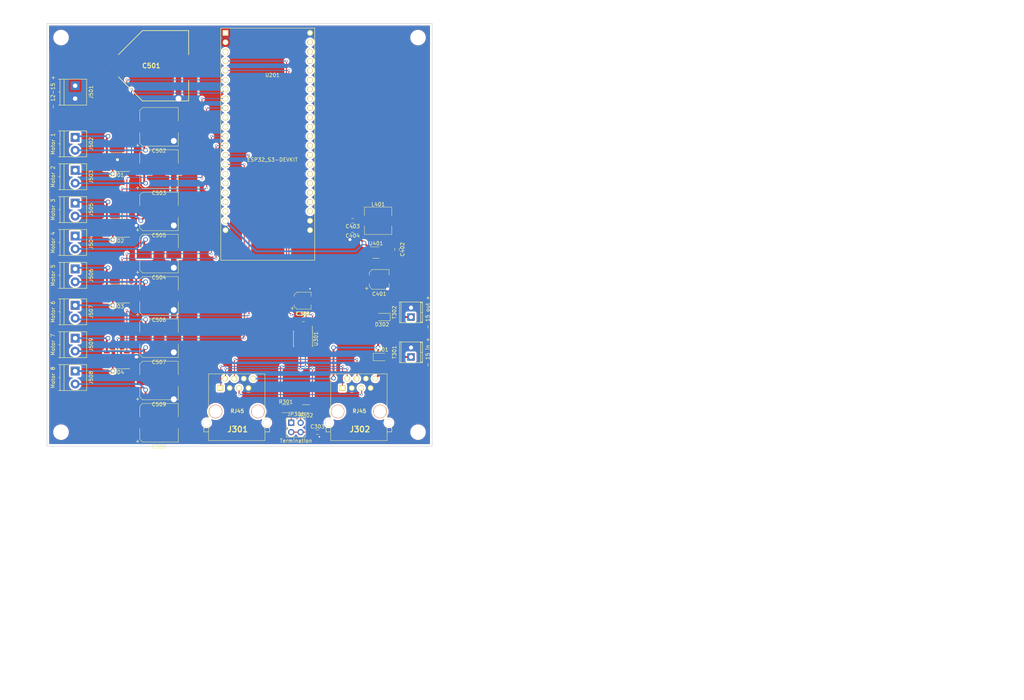
<source format=kicad_pcb>
(kicad_pcb (version 4) (host pcbnew 4.0.7+dfsg1-1ubuntu2)
  (layers (0 F.Cu signal) (31 B.Cu signal) (34 B.Paste user) (35 F.Paste user) (36 B.SilkS user) (37 F.SilkS user) (38 B.Mask user) (39 F.Mask user) (44 Edge.Cuts user))
  (net 0 "")
  (net 1 GND)
  (net 2 +3V3)
  (net 3 "Net-(C303-Pad1)")
  (net 4 "CAN +12V")
  (net 5 "Net-(C402-Pad2)")
  (net 6 "Net-(C402-Pad1)")
  (net 7 +5V)
  (net 8 "Net-(C502-Pad1)")
  (net 9 "Net-(C503-Pad1)")
  (net 10 "Net-(C504-Pad1)")
  (net 11 "Net-(C505-Pad1)")
  (net 12 "Net-(C506-Pad1)")
  (net 13 "Net-(C507-Pad1)")
  (net 14 "Net-(C508-Pad1)")
  (net 15 "Net-(C509-Pad1)")
  (net 16 "Net-(D301-Pad2)")
  (net 17 "Net-(D302-Pad1)")
  (net 18 "/CAN Transciver/CANH")
  (net 19 "/CAN Transciver/CANL")
  (net 20 "Net-(J301-Pad4)")
  (net 21 "Net-(J301-Pad5)")
  (net 22 "Net-(J502-Pad1)")
  (net 23 "Net-(J503-Pad1)")
  (net 24 "Net-(J504-Pad1)")
  (net 25 "Net-(J505-Pad1)")
  (net 26 "Net-(J506-Pad1)")
  (net 27 "Net-(J507-Pad1)")
  (net 28 "Net-(J508-Pad1)")
  (net 29 "Net-(J509-Pad1)")
  (net 30 "Net-(JP301-Pad1)")
  (net 31 "Net-(JP301-Pad2)")
  (net 32 "/CAN Transciver/CAN_TX")
  (net 33 "/CAN Transciver/CAN_RX")
  (net 34 "Net-(U301-Pad5)")
  (net 35 "Net-(U301-Pad8)")
  (net 36 MotorPower)
  (net 37 "Net-(U201-Pad3)")
  (net 38 /MCU/GPIO6/Motor1)
  (net 39 /MCU/GPIO7/Motor2)
  (net 40 /MCU/GPIO15/Motor3)
  (net 41 /MCU/GPIO16/Motor4)
  (net 42 "Net-(U201-Pad10)")
  (net 43 "Net-(U201-Pad11)")
  (net 44 /MCU/GPIO8/Motor5)
  (net 45 /MCU/GPIO3/Motor6)
  (net 46 /MCU/GPIO46/Motor7)
  (net 47 /MCU/GPIO9/Motor8)
  (net 48 "Net-(U201-Pad16)")
  (net 49 "Net-(U201-Pad17)")
  (net 50 "Net-(U201-Pad18)")
  (net 51 "Net-(U201-Pad19)")
  (net 52 "Net-(U201-Pad20)")
  (net 53 "Net-(U201-Pad25)")
  (net 54 "Net-(U201-Pad26)")
  (net 55 "Net-(U201-Pad27)")
  (net 56 "Net-(U201-Pad28)")
  (net 57 "Net-(U201-Pad29)")
  (net 58 "Net-(U201-Pad30)")
  (net 59 "Net-(U201-Pad31)")
  (net 60 "Net-(U201-Pad32)")
  (net 61 "Net-(U201-Pad33)")
  (net 62 "Net-(U201-Pad34)")
  (net 63 "Net-(U201-Pad35)")
  (net 64 "Net-(U201-Pad36)")
  (net 65 "Net-(U201-Pad37)")
  (net 66 "Net-(U201-Pad38)")
  (net 67 "Net-(U201-Pad39)")
  (net 68 "Net-(U201-Pad40)")
  (net 69 "Net-(U201-Pad41)")
  (net 70 "Net-(U201-Pad42)")
  (net 71 "Net-(U201-Pad43)")
  (module Capacitors_SMD:CP_Elec_10x10.5 (layer F.Cu) (at 53.15 67.31)
    (fp_text reference C505 (at 0 6.46) (layer F.SilkS))
    (fp_text value "1000uF 25V")
    (fp_text user + (at -5.78 4.97) (layer F.SilkS))
    (pad 1 smd rect (at -4 0 180) (size 4 2.5) (layers F.Cu F.Paste F.Mask) (net 11 "Net-(C505-Pad1)"))
    (pad 2 smd rect (at 4 0 180) (size 4 2.5) (layers F.Cu F.Paste F.Mask) (net 1 GND))
  )
  (module Mounting_Holes:MountingHole_3.2mm_M3 (layer F.Cu) (at 26.67 20.32)
    (fp_text reference REF** hide)
    (fp_text value MountingHole_3.2mm_M3 hide)
    (pad 1 np_thru_hole circle (at 0 0) (size 3.2 3.2) (drill 3.2) (layers *.Cu *.Mask))
  )
  (module Mounting_Holes:MountingHole_3.2mm_M3 (layer F.Cu) (at 123.19 20.32)
    (fp_text reference REF** hide)
    (fp_text value MountingHole_3.2mm_M3 hide)
    (pad 1 np_thru_hole circle (at 0 0) (size 3.2 3.2) (drill 3.2) (layers *.Cu *.Mask))
  )
  (module Mounting_Holes:MountingHole_3.2mm_M3 (layer F.Cu) (at 26.67 127)
    (fp_text reference REF** hide)
    (fp_text value MountingHole_3.2mm_M3 hide)
    (pad 1 np_thru_hole circle (at 0 0) (size 3.2 3.2) (drill 3.2) (layers *.Cu *.Mask))
  )
  (module ESP32-S3-Devkit-C (layer F.Cu) (at 83.82 41.91)
    (fp_text reference U201 (at 0 -11.43) (layer F.SilkS))
    (fp_text value ESP32_S3-DEVKIT (at 0 11.43) (layer F.SilkS))
    (pad 1 thru_hole rect (at -12.7 -22.86) (size 1.524 1.524) (drill 1.016) (layers *.Cu *.Mask F.SilkS) (net 2 +3V3))
    (pad 2 thru_hole circle (at -12.7 -20.32) (size 1.524 1.524) (drill 1.016) (layers *.Cu *.Mask F.SilkS) (net 2 +3V3))
    (pad 3 thru_hole circle (at -12.7 -17.78) (size 1.524 1.524) (drill 1.016) (layers *.Cu *.Mask F.SilkS) (net 37 "Net-(U201-Pad3)"))
    (pad 4 thru_hole circle (at -12.7 -15.24) (size 1.524 1.524) (drill 1.016) (layers *.Cu *.Mask F.SilkS) (net 33 "/CAN Transciver/CAN_RX"))
    (pad 5 thru_hole circle (at -12.7 -12.7) (size 1.524 1.524) (drill 1.016) (layers *.Cu *.Mask F.SilkS) (net 32 "/CAN Transciver/CAN_TX"))
    (pad 6 thru_hole circle (at -12.7 -10.16) (size 1.524 1.524) (drill 1.016) (layers *.Cu *.Mask F.SilkS) (net 38 /MCU/GPIO6/Motor1))
    (pad 7 thru_hole circle (at -12.7 -7.62) (size 1.524 1.524) (drill 1.016) (layers *.Cu *.Mask F.SilkS) (net 39 /MCU/GPIO7/Motor2))
    (pad 8 thru_hole circle (at -12.7 -5.08) (size 1.524 1.524) (drill 1.016) (layers *.Cu *.Mask F.SilkS) (net 40 /MCU/GPIO15/Motor3))
    (pad 9 thru_hole circle (at -12.7 -2.54) (size 1.524 1.524) (drill 1.016) (layers *.Cu *.Mask F.SilkS) (net 41 /MCU/GPIO16/Motor4))
    (pad 10 thru_hole circle (at -12.7 0) (size 1.524 1.524) (drill 1.016) (layers *.Cu *.Mask F.SilkS) (net 42 "Net-(U201-Pad10)"))
    (pad 11 thru_hole circle (at -12.7 2.54) (size 1.524 1.524) (drill 1.016) (layers *.Cu *.Mask F.SilkS) (net 43 "Net-(U201-Pad11)"))
    (pad 12 thru_hole circle (at -12.7 5.08) (size 1.524 1.524) (drill 1.016) (layers *.Cu *.Mask F.SilkS) (net 44 /MCU/GPIO8/Motor5))
    (pad 13 thru_hole circle (at -12.7 7.62) (size 1.524 1.524) (drill 1.016) (layers *.Cu *.Mask F.SilkS) (net 45 /MCU/GPIO3/Motor6))
    (pad 14 thru_hole circle (at -12.7 10.16) (size 1.524 1.524) (drill 1.016) (layers *.Cu *.Mask F.SilkS) (net 46 /MCU/GPIO46/Motor7))
    (pad 15 thru_hole circle (at -12.7 12.7) (size 1.524 1.524) (drill 1.016) (layers *.Cu *.Mask F.SilkS) (net 47 /MCU/GPIO9/Motor8))
    (pad 16 thru_hole circle (at -12.7 15.24) (size 1.524 1.524) (drill 1.016) (layers *.Cu *.Mask F.SilkS) (net 48 "Net-(U201-Pad16)"))
    (pad 17 thru_hole circle (at -12.7 17.78) (size 1.524 1.524) (drill 1.016) (layers *.Cu *.Mask F.SilkS) (net 49 "Net-(U201-Pad17)"))
    (pad 18 thru_hole circle (at -12.7 20.32) (size 1.524 1.524) (drill 1.016) (layers *.Cu *.Mask F.SilkS) (net 50 "Net-(U201-Pad18)"))
    (pad 19 thru_hole circle (at -12.7 22.86) (size 1.524 1.524) (drill 1.016) (layers *.Cu *.Mask F.SilkS) (net 51 "Net-(U201-Pad19)"))
    (pad 20 thru_hole circle (at -12.7 25.4) (size 1.524 1.524) (drill 1.016) (layers *.Cu *.Mask F.SilkS) (net 52 "Net-(U201-Pad20)"))
    (pad 21 thru_hole circle (at -12.7 27.94) (size 1.524 1.524) (drill 1.016) (layers *.Cu *.Mask F.SilkS) (net 7 +5V))
    (pad 22 thru_hole circle (at -12.7 30.48) (size 1.524 1.524) (drill 1.016) (layers *.Cu *.Mask F.SilkS) (net 1 GND))
    (pad 23 thru_hole circle (at 10.16 30.48) (size 1.524 1.524) (drill 1.016) (layers *.Cu *.Mask F.SilkS) (net 1 GND))
    (pad 24 thru_hole circle (at 10.16 27.94) (size 1.524 1.524) (drill 1.016) (layers *.Cu *.Mask F.SilkS) (net 1 GND))
    (pad 25 thru_hole circle (at 10.16 25.4) (size 1.524 1.524) (drill 1.016) (layers *.Cu *.Mask F.SilkS) (net 53 "Net-(U201-Pad25)"))
    (pad 26 thru_hole circle (at 10.16 22.86) (size 1.524 1.524) (drill 1.016) (layers *.Cu *.Mask F.SilkS) (net 54 "Net-(U201-Pad26)"))
    (pad 27 thru_hole circle (at 10.16 20.32) (size 1.524 1.524) (drill 1.016) (layers *.Cu *.Mask F.SilkS) (net 55 "Net-(U201-Pad27)"))
    (pad 28 thru_hole circle (at 10.16 17.78) (size 1.524 1.524) (drill 1.016) (layers *.Cu *.Mask F.SilkS) (net 56 "Net-(U201-Pad28)"))
    (pad 29 thru_hole circle (at 10.16 15.24) (size 1.524 1.524) (drill 1.016) (layers *.Cu *.Mask F.SilkS) (net 57 "Net-(U201-Pad29)"))
    (pad 30 thru_hole circle (at 10.16 12.7) (size 1.524 1.524) (drill 1.016) (layers *.Cu *.Mask F.SilkS) (net 58 "Net-(U201-Pad30)"))
    (pad 31 thru_hole circle (at 10.16 10.16) (size 1.524 1.524) (drill 1.016) (layers *.Cu *.Mask F.SilkS) (net 59 "Net-(U201-Pad31)"))
    (pad 32 thru_hole circle (at 10.16 7.62) (size 1.524 1.524) (drill 1.016) (layers *.Cu *.Mask F.SilkS) (net 60 "Net-(U201-Pad32)"))
    (pad 33 thru_hole circle (at 10.16 5.08) (size 1.524 1.524) (drill 1.016) (layers *.Cu *.Mask F.SilkS) (net 61 "Net-(U201-Pad33)"))
    (pad 34 thru_hole circle (at 10.16 2.54) (size 1.524 1.524) (drill 1.016) (layers *.Cu *.Mask F.SilkS) (net 62 "Net-(U201-Pad34)"))
    (pad 35 thru_hole circle (at 10.16 0) (size 1.524 1.524) (drill 1.016) (layers *.Cu *.Mask F.SilkS) (net 63 "Net-(U201-Pad35)"))
    (pad 36 thru_hole circle (at 10.16 -2.54) (size 1.524 1.524) (drill 1.016) (layers *.Cu *.Mask F.SilkS) (net 64 "Net-(U201-Pad36)"))
    (pad 37 thru_hole circle (at 10.16 -5.08) (size 1.524 1.524) (drill 1.016) (layers *.Cu *.Mask F.SilkS) (net 65 "Net-(U201-Pad37)"))
    (pad 38 thru_hole circle (at 10.16 -7.62) (size 1.524 1.524) (drill 1.016) (layers *.Cu *.Mask F.SilkS) (net 66 "Net-(U201-Pad38)"))
    (pad 39 thru_hole circle (at 10.16 -10.16) (size 1.524 1.524) (drill 1.016) (layers *.Cu *.Mask F.SilkS) (net 67 "Net-(U201-Pad39)"))
    (pad 40 thru_hole circle (at 10.16 -12.7) (size 1.524 1.524) (drill 1.016) (layers *.Cu *.Mask F.SilkS) (net 68 "Net-(U201-Pad40)"))
    (pad 41 thru_hole circle (at 10.16 -15.24) (size 1.524 1.524) (drill 1.016) (layers *.Cu *.Mask F.SilkS) (net 69 "Net-(U201-Pad41)"))
    (pad 42 thru_hole circle (at 10.16 -17.78) (size 1.524 1.524) (drill 1.016) (layers *.Cu *.Mask F.SilkS) (net 70 "Net-(U201-Pad42)"))
    (pad 43 thru_hole circle (at 10.16 -20.32) (size 1.524 1.524) (drill 1.016) (layers *.Cu *.Mask F.SilkS) (net 71 "Net-(U201-Pad43)"))
    (pad 44 thru_hole circle (at 10.16 -22.86) (size 1.524 1.524) (drill 1.016) (layers *.Cu *.Mask F.SilkS) (net 1 GND))
  )
  (module Capacitors_SMD:C_0603 (layer F.Cu) (at 92.19 96.52)
    (fp_text reference C301 (at 0 -1.5) (layer F.SilkS))
    (fp_text value ".1 uf")
    (pad 2 smd rect (at 0.75 0) (size 0.8 0.75) (layers F.Cu F.Paste F.Mask) (net 1 GND))
    (pad 1 smd rect (at -0.75 0) (size 0.8 0.75) (layers F.Cu F.Paste F.Mask) (net 2 +3V3))
  )
  (module Capacitors_SMD:CP_Elec_4x5.7 (layer F.Cu) (at 91.97 91.44)
    (fp_text reference C302 (at 0 3.54) (layer F.SilkS))
    (fp_text value "15 uf 15V")
    (fp_text user + (at -2.77 2.01) (layer F.SilkS))
    (pad 1 smd rect (at -1.8 0 180) (size 2.6 1.6) (layers F.Cu F.Paste F.Mask) (net 2 +3V3))
    (pad 2 smd rect (at 1.8 0 180) (size 2.6 1.6) (layers F.Cu F.Paste F.Mask) (net 1 GND))
  )
  (module Capacitors_SMD:C_0603 (layer F.Cu) (at 96 127)
    (fp_text reference C303 (at 0 -1.5) (layer F.SilkS))
    (fp_text value "47 nf")
    (pad 2 smd rect (at 0.75 0) (size 0.8 0.75) (layers F.Cu F.Paste F.Mask) (net 1 GND))
    (pad 1 smd rect (at -0.75 0) (size 0.8 0.75) (layers F.Cu F.Paste F.Mask) (net 3 "Net-(C303-Pad1)"))
  )
  (module Capacitors_SMD:CP_Elec_5x5.3 (layer F.Cu) (at 112.69 85.725)
    (fp_text reference C401 (at 0 3.92) (layer F.SilkS))
    (fp_text value 10uf)
    (fp_text user + (at -3.38 2.34) (layer F.SilkS))
    (pad 1 smd rect (at -2.2 0 180) (size 3 1.6) (layers F.Cu F.Paste F.Mask) (net 4 "CAN +12V"))
    (pad 2 smd rect (at 2.2 0 180) (size 3 1.6) (layers F.Cu F.Paste F.Mask) (net 1 GND))
  )
  (module Capacitors_SMD:C_0603 (layer F.Cu) (at 117.475 77.585 270)
    (fp_text reference C402 (at 0 -1.5 270) (layer F.SilkS))
    (fp_text value 100nf)
    (pad 2 smd rect (at 0.75 0 270) (size 0.8 0.75) (layers F.Cu F.Paste F.Mask) (net 5 "Net-(C402-Pad2)"))
    (pad 1 smd rect (at -0.75 0 270) (size 0.8 0.75) (layers F.Cu F.Paste F.Mask) (net 6 "Net-(C402-Pad1)"))
  )
  (module Capacitors_SMD:C_0603 (layer F.Cu) (at 105.525 69.85 180)
    (fp_text reference C403 (at 0 -1.5 180) (layer F.SilkS))
    (fp_text value 22uf)
    (pad 2 smd rect (at 0.75 0 180) (size 0.8 0.75) (layers F.Cu F.Paste F.Mask) (net 1 GND))
    (pad 1 smd rect (at -0.75 0 180) (size 0.8 0.75) (layers F.Cu F.Paste F.Mask) (net 7 +5V))
  )
  (module Capacitors_SMD:C_0603 (layer F.Cu) (at 105.525 72.39 180)
    (fp_text reference C404 (at 0 -1.5 180) (layer F.SilkS))
    (fp_text value 22uf)
    (pad 2 smd rect (at 0.75 0 180) (size 0.8 0.75) (layers F.Cu F.Paste F.Mask) (net 1 GND))
    (pad 1 smd rect (at -0.75 0 180) (size 0.8 0.75) (layers F.Cu F.Paste F.Mask) (net 7 +5V))
  )
  (module BigSMDCaps:EEEFK0J133SM (layer F.Cu) (at 51.67 27.94)
    (fp_text reference C501 (at -0.6 0) (layer F.SilkS) (effects (font (size 1.27 1.27) (thickness 0.254))))
    (fp_text value "4700uf 25V" hide)
    (pad 1 smd rect (at -6.75 0 90) (size 2.5 7.5) (layers F.Cu F.Paste F.Mask) (net 36 MotorPower))
    (pad 2 smd rect (at 6.75 0 90) (size 2.5 7.5) (layers F.Cu F.Paste F.Mask) (net 1 GND))
  )
  (module Capacitors_SMD:CP_Elec_10x10.5 (layer F.Cu) (at 53.15 44.45)
    (fp_text reference C502 (at 0 6.46) (layer F.SilkS))
    (fp_text value "1000uF 25V")
    (fp_text user + (at -5.78 4.97) (layer F.SilkS))
    (pad 1 smd rect (at -4 0 180) (size 4 2.5) (layers F.Cu F.Paste F.Mask) (net 8 "Net-(C502-Pad1)"))
    (pad 2 smd rect (at 4 0 180) (size 4 2.5) (layers F.Cu F.Paste F.Mask) (net 1 GND))
  )
  (module Capacitors_SMD:CP_Elec_10x10.5 (layer F.Cu) (at 53.15 55.88)
    (fp_text reference C503 (at 0 6.46) (layer F.SilkS))
    (fp_text value "1000uF 25V")
    (fp_text user + (at -5.78 4.97) (layer F.SilkS))
    (pad 1 smd rect (at -4 0 180) (size 4 2.5) (layers F.Cu F.Paste F.Mask) (net 9 "Net-(C503-Pad1)"))
    (pad 2 smd rect (at 4 0 180) (size 4 2.5) (layers F.Cu F.Paste F.Mask) (net 1 GND))
  )
  (module Capacitors_SMD:CP_Elec_10x10.5 (layer F.Cu) (at 53.15 78.74)
    (fp_text reference C504 (at 0 6.46) (layer F.SilkS))
    (fp_text value "1000uF 25V")
    (fp_text user + (at -5.78 4.97) (layer F.SilkS))
    (pad 1 smd rect (at -4 0 180) (size 4 2.5) (layers F.Cu F.Paste F.Mask) (net 10 "Net-(C504-Pad1)"))
    (pad 2 smd rect (at 4 0 180) (size 4 2.5) (layers F.Cu F.Paste F.Mask) (net 1 GND))
  )
  (module Capacitors_SMD:CP_Elec_10x10.5 (layer F.Cu) (at 53.15 90.17)
    (fp_text reference C506 (at 0 6.46) (layer F.SilkS))
    (fp_text value "1000uF 25V")
    (fp_text user + (at -5.78 4.97) (layer F.SilkS))
    (pad 1 smd rect (at -4 0 180) (size 4 2.5) (layers F.Cu F.Paste F.Mask) (net 12 "Net-(C506-Pad1)"))
    (pad 2 smd rect (at 4 0 180) (size 4 2.5) (layers F.Cu F.Paste F.Mask) (net 1 GND))
  )
  (module Capacitors_SMD:CP_Elec_10x10.5 (layer F.Cu) (at 53.15 101.6)
    (fp_text reference C507 (at 0 6.46) (layer F.SilkS))
    (fp_text value "1000uF 25V")
    (fp_text user + (at -5.78 4.97) (layer F.SilkS))
    (pad 1 smd rect (at -4 0 180) (size 4 2.5) (layers F.Cu F.Paste F.Mask) (net 13 "Net-(C507-Pad1)"))
    (pad 2 smd rect (at 4 0 180) (size 4 2.5) (layers F.Cu F.Paste F.Mask) (net 1 GND))
  )
  (module Capacitors_SMD:CP_Elec_10x10.5 (layer F.Cu) (at 53.15 124.46)
    (fp_text reference C508 (at 0 6.46) (layer F.SilkS))
    (fp_text value "1000uF 25V")
    (fp_text user + (at -5.78 4.97) (layer F.SilkS))
    (pad 1 smd rect (at -4 0 180) (size 4 2.5) (layers F.Cu F.Paste F.Mask) (net 14 "Net-(C508-Pad1)"))
    (pad 2 smd rect (at 4 0 180) (size 4 2.5) (layers F.Cu F.Paste F.Mask) (net 1 GND))
  )
  (module Capacitors_SMD:CP_Elec_10x10.5 (layer F.Cu) (at 53.15 113.03)
    (fp_text reference C509 (at 0 6.46) (layer F.SilkS))
    (fp_text value "1000uF 25V")
    (fp_text user + (at -5.78 4.97) (layer F.SilkS))
    (pad 1 smd rect (at -4 0 180) (size 4 2.5) (layers F.Cu F.Paste F.Mask) (net 15 "Net-(C509-Pad1)"))
    (pad 2 smd rect (at 4 0 180) (size 4 2.5) (layers F.Cu F.Paste F.Mask) (net 1 GND))
  )
  (module Diodes_SMD:D_PowerDI-123 (layer F.Cu) (at 113.245 106.68)
    (fp_text reference D301 (at 0 -2) (layer F.SilkS))
    (fp_text value DFLS240-7)
    (pad 1 smd rect (at -0.85 0 180) (size 2.4 1.5) (layers F.Cu F.Paste F.Mask) (net 4 "CAN +12V"))
    (pad 2 smd rect (at 1.525 0 180) (size 1.05 1.5) (layers F.Cu F.Paste F.Mask) (net 16 "Net-(D301-Pad2)"))
  )
  (module Diodes_SMD:D_PowerDI-123 (layer F.Cu) (at 113.45 95.885 180)
    (fp_text reference D302 (at 0 -2 180) (layer F.SilkS))
    (fp_text value DFLS240-7)
    (pad 1 smd rect (at -0.85 0) (size 2.4 1.5) (layers F.Cu F.Paste F.Mask) (net 17 "Net-(D302-Pad1)"))
    (pad 2 smd rect (at 1.525 0) (size 1.05 1.5) (layers F.Cu F.Paste F.Mask) (net 4 "CAN +12V"))
  )
  (module RJ45-8N-S:RJ45_8N-S (layer F.Cu) (at 74.168 121.412)
    (fp_text reference J301 (at 0.254 4.826) (layer F.SilkS) (effects (font (thickness 0.3048))))
    (fp_text value RJ45 (at 0.14224 -0.1016) (layer F.SilkS) (effects (font (size 1.00076 1.00076) (thickness 0.2032))))
    (pad "" np_thru_hole circle (at 5.715 0) (size 3.64998 3.64998) (drill 3.2512) (layers *.Cu *.SilkS *.Mask))
    (pad "" np_thru_hole circle (at -5.715 0) (size 3.64998 3.64998) (drill 3.2512) (layers *.Cu *.SilkS *.Mask))
    (pad 1 thru_hole rect (at -4.445 -6.35) (size 1.50114 1.50114) (drill 0.89916) (layers *.Cu *.Mask F.SilkS) (net 18 "/CAN Transciver/CANH"))
    (pad 2 thru_hole circle (at -3.175 -8.89) (size 1.50114 1.50114) (drill 0.89916) (layers *.Cu *.Mask F.SilkS) (net 19 "/CAN Transciver/CANL"))
    (pad 3 thru_hole circle (at -1.905 -6.35) (size 1.50114 1.50114) (drill 0.89916) (layers *.Cu *.Mask F.SilkS) (net 1 GND))
    (pad 4 thru_hole circle (at -0.635 -8.89) (size 1.50114 1.50114) (drill 0.89916) (layers *.Cu *.Mask F.SilkS) (net 20 "Net-(J301-Pad4)"))
    (pad 5 thru_hole circle (at 0.635 -6.35) (size 1.50114 1.50114) (drill 0.89916) (layers *.Cu *.Mask F.SilkS) (net 21 "Net-(J301-Pad5)"))
    (pad 6 thru_hole circle (at 1.905 -8.89) (size 1.50114 1.50114) (drill 0.89916) (layers *.Cu *.Mask F.SilkS) (net 1 GND))
    (pad 7 thru_hole circle (at 3.175 -6.35) (size 1.50114 1.50114) (drill 0.89916) (layers *.Cu *.Mask F.SilkS) (net 1 GND))
    (pad 8 thru_hole circle (at 4.445 -8.89) (size 1.50114 1.50114) (drill 0.89916) (layers *.Cu *.Mask F.SilkS) (net 4 "CAN +12V"))
    (pad "" thru_hole circle (at -8.128 3.048) (size 1.9304 1.9304) (drill 1.9304) (layers *.Cu *.Mask F.SilkS))
    (pad "" thru_hole circle (at 8.128 3.048) (size 1.9304 1.9304) (drill 1.9304) (layers *.Cu *.Mask F.SilkS))
  )
  (module RJ45-8N-S:RJ45_8N-S (layer F.Cu) (at 107.188 121.412)
    (fp_text reference J302 (at 0.254 4.826) (layer F.SilkS) (effects (font (thickness 0.3048))))
    (fp_text value RJ45 (at 0.14224 -0.1016) (layer F.SilkS) (effects (font (size 1.00076 1.00076) (thickness 0.2032))))
    (pad "" np_thru_hole circle (at 5.715 0) (size 3.64998 3.64998) (drill 3.2512) (layers *.Cu *.SilkS *.Mask))
    (pad "" np_thru_hole circle (at -5.715 0) (size 3.64998 3.64998) (drill 3.2512) (layers *.Cu *.SilkS *.Mask))
    (pad 1 thru_hole rect (at -4.445 -6.35) (size 1.50114 1.50114) (drill 0.89916) (layers *.Cu *.Mask F.SilkS) (net 18 "/CAN Transciver/CANH"))
    (pad 2 thru_hole circle (at -3.175 -8.89) (size 1.50114 1.50114) (drill 0.89916) (layers *.Cu *.Mask F.SilkS) (net 19 "/CAN Transciver/CANL"))
    (pad 3 thru_hole circle (at -1.905 -6.35) (size 1.50114 1.50114) (drill 0.89916) (layers *.Cu *.Mask F.SilkS) (net 1 GND))
    (pad 4 thru_hole circle (at -0.635 -8.89) (size 1.50114 1.50114) (drill 0.89916) (layers *.Cu *.Mask F.SilkS) (net 20 "Net-(J301-Pad4)"))
    (pad 5 thru_hole circle (at 0.635 -6.35) (size 1.50114 1.50114) (drill 0.89916) (layers *.Cu *.Mask F.SilkS) (net 21 "Net-(J301-Pad5)"))
    (pad 6 thru_hole circle (at 1.905 -8.89) (size 1.50114 1.50114) (drill 0.89916) (layers *.Cu *.Mask F.SilkS) (net 1 GND))
    (pad 7 thru_hole circle (at 3.175 -6.35) (size 1.50114 1.50114) (drill 0.89916) (layers *.Cu *.Mask F.SilkS) (net 1 GND))
    (pad 8 thru_hole circle (at 4.445 -8.89) (size 1.50114 1.50114) (drill 0.89916) (layers *.Cu *.Mask F.SilkS) (net 4 "CAN +12V"))
    (pad "" thru_hole circle (at -8.128 3.048) (size 1.9304 1.9304) (drill 1.9304) (layers *.Cu *.Mask F.SilkS))
    (pad "" thru_hole circle (at 8.128 3.048) (size 1.9304 1.9304) (drill 1.9304) (layers *.Cu *.Mask F.SilkS))
  )
  (module Connectors_Terminal_Blocks:TerminalBlock_Pheonix_PT-3.5mm_2pol (layer F.Cu) (at 30.48 33.33 270)
    (fp_text reference J501 (at 1.75 -4.3 270) (layer F.SilkS))
    (fp_text value "- 12-15 +" (at 1.75 6 270) (layer F.SilkS))
    (pad 2 thru_hole circle (at 3.5 0 270) (size 2.4 2.4) (drill 1.2) (layers *.Cu *.Mask) (net 1 GND))
    (pad 1 thru_hole rect (at 0 0 270) (size 2.4 2.4) (drill 1.2) (layers *.Cu *.Mask) (net 36 MotorPower))
  )
  (module Terminal_Blocks:TerminalBlock_Pheonix_PT-3.5mm_2pol (layer F.Cu) (at 30.48 47.3 270)
    (fp_text reference J502 (at 1.75 -4.3 270) (layer F.SilkS))
    (fp_text value "Motor 1" (at 1.75 6 270) (layer F.SilkS))
    (pad 2 thru_hole circle (at 3.5 0 270) (size 2.4 2.4) (drill 1.2) (layers *.Cu *.Mask) (net 8 "Net-(C502-Pad1)"))
    (pad 1 thru_hole rect (at 0 0 270) (size 2.4 2.4) (drill 1.2) (layers *.Cu *.Mask) (net 22 "Net-(J502-Pad1)"))
  )
  (module Terminal_Blocks:TerminalBlock_Pheonix_PT-3.5mm_2pol (layer F.Cu) (at 30.48 56.19 270)
    (fp_text reference J503 (at 1.75 -4.3 270) (layer F.SilkS))
    (fp_text value "Motor 2" (at 1.75 6 270) (layer F.SilkS))
    (pad 2 thru_hole circle (at 3.5 0 270) (size 2.4 2.4) (drill 1.2) (layers *.Cu *.Mask) (net 9 "Net-(C503-Pad1)"))
    (pad 1 thru_hole rect (at 0 0 270) (size 2.4 2.4) (drill 1.2) (layers *.Cu *.Mask) (net 23 "Net-(J503-Pad1)"))
  )
  (module Terminal_Blocks:TerminalBlock_Pheonix_PT-3.5mm_2pol (layer F.Cu) (at 30.48 73.97 270)
    (fp_text reference J504 (at 1.75 -4.3 270) (layer F.SilkS))
    (fp_text value "Motor 4" (at 1.75 6 270) (layer F.SilkS))
    (pad 2 thru_hole circle (at 3.5 0 270) (size 2.4 2.4) (drill 1.2) (layers *.Cu *.Mask) (net 10 "Net-(C504-Pad1)"))
    (pad 1 thru_hole rect (at 0 0 270) (size 2.4 2.4) (drill 1.2) (layers *.Cu *.Mask) (net 24 "Net-(J504-Pad1)"))
  )
  (module Terminal_Blocks:TerminalBlock_Pheonix_PT-3.5mm_2pol (layer F.Cu) (at 30.48 65.08 270)
    (fp_text reference J505 (at 1.75 -4.3 270) (layer F.SilkS))
    (fp_text value "Motor 3" (at 1.75 6 270) (layer F.SilkS))
    (pad 2 thru_hole circle (at 3.5 0 270) (size 2.4 2.4) (drill 1.2) (layers *.Cu *.Mask) (net 11 "Net-(C505-Pad1)"))
    (pad 1 thru_hole rect (at 0 0 270) (size 2.4 2.4) (drill 1.2) (layers *.Cu *.Mask) (net 25 "Net-(J505-Pad1)"))
  )
  (module Terminal_Blocks:TerminalBlock_Pheonix_PT-3.5mm_2pol (layer F.Cu) (at 30.48 82.86 270)
    (fp_text reference J506 (at 1.75 -4.3 270) (layer F.SilkS))
    (fp_text value "Motor 5" (at 1.75 6 270) (layer F.SilkS))
    (pad 2 thru_hole circle (at 3.5 0 270) (size 2.4 2.4) (drill 1.2) (layers *.Cu *.Mask) (net 12 "Net-(C506-Pad1)"))
    (pad 1 thru_hole rect (at 0 0 270) (size 2.4 2.4) (drill 1.2) (layers *.Cu *.Mask) (net 26 "Net-(J506-Pad1)"))
  )
  (module Terminal_Blocks:TerminalBlock_Pheonix_PT-3.5mm_2pol (layer F.Cu) (at 30.48 92.71 270)
    (fp_text reference J507 (at 1.75 -4.3 270) (layer F.SilkS))
    (fp_text value "Motor 6" (at 1.75 6 270) (layer F.SilkS))
    (pad 2 thru_hole circle (at 3.5 0 270) (size 2.4 2.4) (drill 1.2) (layers *.Cu *.Mask) (net 13 "Net-(C507-Pad1)"))
    (pad 1 thru_hole rect (at 0 0 270) (size 2.4 2.4) (drill 1.2) (layers *.Cu *.Mask) (net 27 "Net-(J507-Pad1)"))
  )
  (module Terminal_Blocks:TerminalBlock_Pheonix_PT-3.5mm_2pol (layer F.Cu) (at 30.48 110.49 270)
    (fp_text reference J508 (at 1.75 -4.3 270) (layer F.SilkS))
    (fp_text value "Motor 8" (at 1.75 6 270) (layer F.SilkS))
    (pad 2 thru_hole circle (at 3.5 0 270) (size 2.4 2.4) (drill 1.2) (layers *.Cu *.Mask) (net 14 "Net-(C508-Pad1)"))
    (pad 1 thru_hole rect (at 0 0 270) (size 2.4 2.4) (drill 1.2) (layers *.Cu *.Mask) (net 28 "Net-(J508-Pad1)"))
  )
  (module Terminal_Blocks:TerminalBlock_Pheonix_PT-3.5mm_2pol (layer F.Cu) (at 30.48 101.6 270)
    (fp_text reference J509 (at 1.75 -4.3 270) (layer F.SilkS))
    (fp_text value "Motor 7" (at 1.75 6 270) (layer F.SilkS))
    (pad 2 thru_hole circle (at 3.5 0 270) (size 2.4 2.4) (drill 1.2) (layers *.Cu *.Mask) (net 15 "Net-(C509-Pad1)"))
    (pad 1 thru_hole rect (at 0 0 270) (size 2.4 2.4) (drill 1.2) (layers *.Cu *.Mask) (net 29 "Net-(J509-Pad1)"))
  )
  (module Pin_Headers:Pin_Header_Straight_2x02_Pitch2.54mm (layer F.Cu) (at 88.9 124.46)
    (fp_text reference JP301 (at 1.27 -2.33) (layer F.SilkS))
    (fp_text value Termination (at 1.27 4.87) (layer F.SilkS))
    (pad 1 thru_hole rect (at 0 0) (size 1.7 1.7) (drill 1) (layers *.Cu *.Mask) (net 30 "Net-(JP301-Pad1)"))
    (pad 2 thru_hole oval (at 2.54 0) (size 1.7 1.7) (drill 1) (layers *.Cu *.Mask) (net 31 "Net-(JP301-Pad2)"))
    (pad 3 thru_hole oval (at 0 2.54) (size 1.7 1.7) (drill 1) (layers *.Cu *.Mask) (net 3 "Net-(C303-Pad1)"))
    (pad 4 thru_hole oval (at 2.54 2.54) (size 1.7 1.7) (drill 1) (layers *.Cu *.Mask) (net 3 "Net-(C303-Pad1)"))
  )
  (module Inductors_SMD:L_7.3x7.3_H4.5 (layer F.Cu) (at 112.395 69.85)
    (fp_text reference L401 (at 0 -4.45) (layer F.SilkS))
    (fp_text value 4.7uH)
    (pad 1 smd rect (at -3.2 0) (size 1.5 2.2) (layers F.Cu F.Paste F.Mask) (net 7 +5V))
    (pad 2 smd rect (at 3.2 0) (size 1.5 2.2) (layers F.Cu F.Paste F.Mask) (net 5 "Net-(C402-Pad2)"))
  )
  (module Resistors_SMD:R_1206 (layer F.Cu) (at 87.45 120.65)
    (fp_text reference R301 (at 0 -1.85) (layer F.SilkS))
    (fp_text value "60 Ohms")
    (pad 1 smd rect (at -1.45 0) (size 0.9 1.7) (layers F.Cu F.Paste F.Mask) (net 18 "/CAN Transciver/CANH"))
    (pad 2 smd rect (at 1.45 0) (size 0.9 1.7) (layers F.Cu F.Paste F.Mask) (net 30 "Net-(JP301-Pad1)"))
  )
  (module Resistors_SMD:R_1206 (layer F.Cu) (at 92.89 120.65 180)
    (fp_text reference R302 (at 0 -1.85 180) (layer F.SilkS))
    (fp_text value "60 Ohms")
    (pad 1 smd rect (at -1.45 0 180) (size 0.9 1.7) (layers F.Cu F.Paste F.Mask) (net 19 "/CAN Transciver/CANL"))
    (pad 2 smd rect (at 1.45 0 180) (size 0.9 1.7) (layers F.Cu F.Paste F.Mask) (net 31 "Net-(JP301-Pad2)"))
  )
  (module Connectors_Terminal_Blocks:TerminalBlock_Pheonix_MPT-2.54mm_2pol (layer F.Cu) (at 121.285 106.68 90)
    (fp_text reference T301 (at 1.27 -4.50088 90) (layer F.SilkS))
    (fp_text value "- 15 in +" (at 1.27 4.50088 90) (layer F.SilkS))
    (pad 2 thru_hole oval (at 2.54 0 90) (size 1.99898 1.99898) (drill 1.09728) (layers *.Cu *.Mask) (net 1 GND))
    (pad 1 thru_hole rect (at 0 0 90) (size 1.99898 1.99898) (drill 1.09728) (layers *.Cu *.Mask) (net 16 "Net-(D301-Pad2)"))
  )
  (module Connectors_Terminal_Blocks:TerminalBlock_Pheonix_MPT-2.54mm_2pol (layer F.Cu) (at 121.285 95.885 90)
    (fp_text reference T302 (at 1.27 -4.50088 90) (layer F.SilkS))
    (fp_text value "- 15 out +" (at 1.27 4.50088 90) (layer F.SilkS))
    (pad 2 thru_hole oval (at 2.54 0 90) (size 1.99898 1.99898) (drill 1.09728) (layers *.Cu *.Mask) (net 1 GND))
    (pad 1 thru_hole rect (at 0 0 90) (size 1.99898 1.99898) (drill 1.09728) (layers *.Cu *.Mask) (net 17 "Net-(D302-Pad1)"))
  )
  (module Housings_SOIC:SOIC-8_3.9x4.9mm_Pitch1.27mm (layer F.Cu) (at 92.075 101.76 270)
    (fp_text reference U301 (at 0 -3.5 270) (layer F.SilkS))
    (fp_text value TCAN332DR)
    (pad 1 smd rect (at -2.7 -1.905 270) (size 1.55 0.6) (layers F.Cu F.Paste F.Mask) (net 32 "/CAN Transciver/CAN_TX"))
    (pad 2 smd rect (at -2.7 -0.635 270) (size 1.55 0.6) (layers F.Cu F.Paste F.Mask) (net 1 GND))
    (pad 3 smd rect (at -2.7 0.635 270) (size 1.55 0.6) (layers F.Cu F.Paste F.Mask) (net 2 +3V3))
    (pad 4 smd rect (at -2.7 1.905 270) (size 1.55 0.6) (layers F.Cu F.Paste F.Mask) (net 33 "/CAN Transciver/CAN_RX"))
    (pad 5 smd rect (at 2.7 1.905 270) (size 1.55 0.6) (layers F.Cu F.Paste F.Mask) (net 34 "Net-(U301-Pad5)"))
    (pad 6 smd rect (at 2.7 0.635 270) (size 1.55 0.6) (layers F.Cu F.Paste F.Mask) (net 19 "/CAN Transciver/CANL"))
    (pad 7 smd rect (at 2.7 -0.635 270) (size 1.55 0.6) (layers F.Cu F.Paste F.Mask) (net 18 "/CAN Transciver/CANH"))
    (pad 8 smd rect (at 2.7 -1.905 270) (size 1.55 0.6) (layers F.Cu F.Paste F.Mask) (net 35 "Net-(U301-Pad8)"))
  )
  (module TO_SOT_Packages_SMD:TSOT-23-6_MK06A (layer F.Cu) (at 111.8 78.42)
    (fp_text reference U401 (at 0 -2.45) (layer F.SilkS))
    (fp_text value AP63205)
    (pad 1 smd rect (at -1.31 -0.95) (size 1.22 0.65) (layers F.Cu F.Paste F.Mask) (net 7 +5V))
    (pad 2 smd rect (at -1.31 0) (size 1.22 0.65) (layers F.Cu F.Paste F.Mask) (net 4 "CAN +12V"))
    (pad 3 smd rect (at -1.31 0.95) (size 1.22 0.65) (layers F.Cu F.Paste F.Mask) (net 4 "CAN +12V"))
    (pad 4 smd rect (at 1.31 0.95) (size 1.22 0.65) (layers F.Cu F.Paste F.Mask) (net 1 GND))
    (pad 5 smd rect (at 1.31 0) (size 1.22 0.65) (layers F.Cu F.Paste F.Mask) (net 5 "Net-(C402-Pad2)"))
    (pad 6 smd rect (at 1.31 -0.95) (size 1.22 0.65) (layers F.Cu F.Paste F.Mask) (net 6 "Net-(C402-Pad1)"))
  )
  (module Housings_SOIC:SOIC-8_3.9x4.9mm_Pitch1.27mm (layer F.Cu) (at 41.75 53.975 180)
    (fp_text reference U501 (at 0 -3.5 180) (layer F.SilkS))
    (fp_text value TC4427)
    (pad 1 smd rect (at -2.7 -1.905 180) (size 1.55 0.6) (layers F.Cu F.Paste F.Mask))
    (pad 2 smd rect (at -2.7 -0.635 180) (size 1.55 0.6) (layers F.Cu F.Paste F.Mask) (net 39 /MCU/GPIO7/Motor2))
    (pad 3 smd rect (at -2.7 0.635 180) (size 1.55 0.6) (layers F.Cu F.Paste F.Mask) (net 1 GND))
    (pad 4 smd rect (at -2.7 1.905 180) (size 1.55 0.6) (layers F.Cu F.Paste F.Mask) (net 38 /MCU/GPIO6/Motor1))
    (pad 5 smd rect (at 2.7 1.905 180) (size 1.55 0.6) (layers F.Cu F.Paste F.Mask) (net 22 "Net-(J502-Pad1)"))
    (pad 6 smd rect (at 2.7 0.635 180) (size 1.55 0.6) (layers F.Cu F.Paste F.Mask) (net 36 MotorPower))
    (pad 7 smd rect (at 2.7 -0.635 180) (size 1.55 0.6) (layers F.Cu F.Paste F.Mask) (net 23 "Net-(J503-Pad1)"))
    (pad 8 smd rect (at 2.7 -1.905 180) (size 1.55 0.6) (layers F.Cu F.Paste F.Mask))
  )
  (module Housings_SOIC:SOIC-8_3.9x4.9mm_Pitch1.27mm (layer F.Cu) (at 41.75 71.755 180)
    (fp_text reference U502 (at 0 -3.5 180) (layer F.SilkS))
    (fp_text value TC4427)
    (pad 1 smd rect (at -2.7 -1.905 180) (size 1.55 0.6) (layers F.Cu F.Paste F.Mask))
    (pad 2 smd rect (at -2.7 -0.635 180) (size 1.55 0.6) (layers F.Cu F.Paste F.Mask) (net 41 /MCU/GPIO16/Motor4))
    (pad 3 smd rect (at -2.7 0.635 180) (size 1.55 0.6) (layers F.Cu F.Paste F.Mask) (net 1 GND))
    (pad 4 smd rect (at -2.7 1.905 180) (size 1.55 0.6) (layers F.Cu F.Paste F.Mask) (net 40 /MCU/GPIO15/Motor3))
    (pad 5 smd rect (at 2.7 1.905 180) (size 1.55 0.6) (layers F.Cu F.Paste F.Mask) (net 25 "Net-(J505-Pad1)"))
    (pad 6 smd rect (at 2.7 0.635 180) (size 1.55 0.6) (layers F.Cu F.Paste F.Mask) (net 36 MotorPower))
    (pad 7 smd rect (at 2.7 -0.635 180) (size 1.55 0.6) (layers F.Cu F.Paste F.Mask) (net 24 "Net-(J504-Pad1)"))
    (pad 8 smd rect (at 2.7 -1.905 180) (size 1.55 0.6) (layers F.Cu F.Paste F.Mask))
  )
  (module Housings_SOIC:SOIC-8_3.9x4.9mm_Pitch1.27mm (layer F.Cu) (at 41.75 89.535 180)
    (fp_text reference U503 (at 0 -3.5 180) (layer F.SilkS))
    (fp_text value TC4427)
    (pad 1 smd rect (at -2.7 -1.905 180) (size 1.55 0.6) (layers F.Cu F.Paste F.Mask))
    (pad 2 smd rect (at -2.7 -0.635 180) (size 1.55 0.6) (layers F.Cu F.Paste F.Mask) (net 45 /MCU/GPIO3/Motor6))
    (pad 3 smd rect (at -2.7 0.635 180) (size 1.55 0.6) (layers F.Cu F.Paste F.Mask) (net 1 GND))
    (pad 4 smd rect (at -2.7 1.905 180) (size 1.55 0.6) (layers F.Cu F.Paste F.Mask) (net 44 /MCU/GPIO8/Motor5))
    (pad 5 smd rect (at 2.7 1.905 180) (size 1.55 0.6) (layers F.Cu F.Paste F.Mask) (net 26 "Net-(J506-Pad1)"))
    (pad 6 smd rect (at 2.7 0.635 180) (size 1.55 0.6) (layers F.Cu F.Paste F.Mask) (net 36 MotorPower))
    (pad 7 smd rect (at 2.7 -0.635 180) (size 1.55 0.6) (layers F.Cu F.Paste F.Mask) (net 27 "Net-(J507-Pad1)"))
    (pad 8 smd rect (at 2.7 -1.905 180) (size 1.55 0.6) (layers F.Cu F.Paste F.Mask))
  )
  (module Housings_SOIC:SOIC-8_3.9x4.9mm_Pitch1.27mm (layer F.Cu) (at 41.75 107.315 180)
    (fp_text reference U504 (at 0 -3.5 180) (layer F.SilkS))
    (fp_text value TC4427)
    (pad 1 smd rect (at -2.7 -1.905 180) (size 1.55 0.6) (layers F.Cu F.Paste F.Mask))
    (pad 2 smd rect (at -2.7 -0.635 180) (size 1.55 0.6) (layers F.Cu F.Paste F.Mask) (net 47 /MCU/GPIO9/Motor8))
    (pad 3 smd rect (at -2.7 0.635 180) (size 1.55 0.6) (layers F.Cu F.Paste F.Mask) (net 1 GND))
    (pad 4 smd rect (at -2.7 1.905 180) (size 1.55 0.6) (layers F.Cu F.Paste F.Mask) (net 46 /MCU/GPIO46/Motor7))
    (pad 5 smd rect (at 2.7 1.905 180) (size 1.55 0.6) (layers F.Cu F.Paste F.Mask) (net 29 "Net-(J509-Pad1)"))
    (pad 6 smd rect (at 2.7 0.635 180) (size 1.55 0.6) (layers F.Cu F.Paste F.Mask) (net 36 MotorPower))
    (pad 7 smd rect (at 2.7 -0.635 180) (size 1.55 0.6) (layers F.Cu F.Paste F.Mask) (net 28 "Net-(J508-Pad1)"))
    (pad 8 smd rect (at 2.7 -1.905 180) (size 1.55 0.6) (layers F.Cu F.Paste F.Mask))
  )
  (module Mounting_Holes:MountingHole_3.2mm_M3 (layer F.Cu) (at 123.19 127)
    (fp_text reference REF** hide)
    (fp_text value MountingHole_3.2mm_M3 hide)
    (pad 1 np_thru_hole circle (at 0 0) (size 3.2 3.2) (drill 3.2) (layers *.Cu *.Mask))
  )
  (gr_line (start 22.86 130.81) (end 22.86 16.51) (layer Edge.Cuts) (width 0.15))
  (gr_line (start 127 130.81) (end 22.86 130.81) (layer Edge.Cuts) (width 0.15))
  (gr_line (start 127 16.51) (end 127 130.81) (layer Edge.Cuts) (width 0.15))
  (gr_line (start 22.86 16.51) (end 127 16.51) (layer Edge.Cuts) (width 0.15))
  (segment (start 57.15 44.45) (end 57.15 48.26) (width 1.5) (layer F.Cu) (net 1))
  (segment (start 58.42 36.83) (end 58.42 43.18) (width 1.5) (layer F.Cu) (net 1))
  (segment (start 58.42 43.18) (end 57.15 44.45) (width 1.5) (layer F.Cu) (net 1))
  (segment (start 57.15 105.41) (end 57.15 101.6) (width 1.5) (layer F.Cu) (net 1))
  (segment (start 57.15 95.25) (end 57.15 101.6) (width 1.5) (layer F.Cu) (net 1))
  (segment (start 57.15 71.12) (end 57.15 78.74) (width 1.5) (layer F.Cu) (net 1))
  (segment (start 57.15 82.55) (end 57.15 78.74) (width 1.5) (layer F.Cu) (net 1))
  (segment (start 57.15 90.17) (end 57.15 82.55) (width 1.5) (layer F.Cu) (net 1))
  (segment (start 57.15 93.98) (end 57.15 90.17) (width 1.5) (layer F.Cu) (net 1))
  (segment (start 57.15 67.31) (end 57.15 59.69) (width 1.5) (layer F.Cu) (net 1))
  (segment (start 57.15 71.12) (end 57.15 67.31) (width 1.5) (layer F.Cu) (net 1))
  (segment (start 57.15 55.88) (end 57.15 48.26) (width 1.5) (layer F.Cu) (net 1))
  (segment (start 57.15 59.69) (end 57.15 55.88) (width 1.5) (layer F.Cu) (net 1))
  (segment (start 57.15 118.11) (end 57.15 113.03) (width 1.5) (layer F.Cu) (net 1))
  (segment (start 57.15 105.41) (end 57.15 113.03) (width 1.5) (layer F.Cu) (net 1))
  (segment (start 57.15 118.11) (end 57.15 123.825) (width 1.5) (layer F.Cu) (net 1))
  (segment (start 114.89 85.725) (end 114.89 88.22) (width 0.5) (layer F.Cu) (net 1))
  (segment (start 114.89 88.22) (end 114.935 88.265) (width 0.5) (layer F.Cu) (net 1))
  (via (at 114.935 88.265) (size 1.2) (drill 0.8) (layers F.Cu B.Cu) (net 1))
  (segment (start 114.89 85.725) (end 114.89 80.865) (width 0.5) (layer F.Cu) (net 1))
  (segment (start 114.89 80.865) (end 113.395 79.37) (width 0.5) (layer F.Cu) (net 1))
  (segment (start 113.395 79.37) (end 113.11 79.37) (width 0.5) (layer F.Cu) (net 1))
  (segment (start 104.775 72.39) (end 104.775 74.93) (width 0.5) (layer F.Cu) (net 1))
  (via (at 104.775 74.93) (size 1.2) (drill 0.8) (layers F.Cu B.Cu) (net 1))
  (segment (start 104.775 69.85) (end 104.775 72.39) (width 0.5) (layer F.Cu) (net 1))
  (segment (start 93.77 91.44) (end 93.77 88.475) (width 0.25) (layer F.Cu) (net 1))
  (segment (start 93.77 88.475) (end 93.98 88.265) (width 0.25) (layer F.Cu) (net 1))
  (via (at 93.98 88.265) (size 0.6) (drill 0.4) (layers F.Cu B.Cu) (net 1))
  (segment (start 92.94 96.52) (end 92.94 92.27) (width 0.25) (layer F.Cu) (net 1))
  (segment (start 92.94 92.27) (end 93.77 91.44) (width 0.25) (layer F.Cu) (net 1))
  (segment (start 92.71 99.06) (end 92.71 96.75) (width 0.25) (layer F.Cu) (net 1))
  (segment (start 92.71 96.75) (end 92.94 96.52) (width 0.25) (layer F.Cu) (net 1))
  (segment (start 96.75 127) (end 96.75 128.04) (width 0.25) (layer F.Cu) (net 1))
  (segment (start 96.75 128.04) (end 96.52 128.27) (width 0.25) (layer F.Cu) (net 1))
  (via (at 96.52 128.27) (size 0.6) (drill 0.4) (layers F.Cu B.Cu) (net 1))
  (segment (start 44.45 53.34) (end 41.91 53.34) (width 0.5) (layer F.Cu) (net 1))
  (via (at 41.91 53.34) (size 1.2) (drill 0.8) (layers F.Cu B.Cu) (net 1))
  (segment (start 44.45 71.12) (end 46.99 71.12) (width 0.5) (layer F.Cu) (net 1))
  (via (at 46.99 71.12) (size 1.2) (drill 0.8) (layers F.Cu B.Cu) (net 1))
  (segment (start 44.45 88.9) (end 44.925 88.9) (width 0.5) (layer F.Cu) (net 1))
  (segment (start 44.925 88.9) (end 46.99 86.835) (width 0.5) (layer F.Cu) (net 1))
  (segment (start 46.99 86.835) (end 46.99 85.09) (width 0.5) (layer F.Cu) (net 1))
  (via (at 46.99 85.09) (size 1.2) (drill 0.8) (layers F.Cu B.Cu) (net 1))
  (segment (start 44.45 106.68) (end 46.99 106.68) (width 0.5) (layer F.Cu) (net 1))
  (via (at 46.99 106.68) (size 1.2) (drill 0.8) (layers F.Cu B.Cu) (net 1))
  (segment (start 58.42 27.94) (end 58.42 36.83) (width 1.5) (layer F.Cu) (net 1))
  (via (at 58.42 36.83) (size 2.4) (drill 1.6) (layers F.Cu B.Cu) (net 1))
  (via (at 57.15 48.26) (size 2.4) (drill 1.6) (layers F.Cu B.Cu) (net 1))
  (via (at 57.15 71.12) (size 2.4) (drill 1.6) (layers F.Cu B.Cu) (net 1))
  (via (at 57.15 82.55) (size 2.4) (drill 1.6) (layers F.Cu B.Cu) (net 1))
  (segment (start 57.15 95.25) (end 57.15 93.98) (width 1.5) (layer F.Cu) (net 1))
  (via (at 57.15 93.98) (size 2.4) (drill 1.6) (layers F.Cu B.Cu) (net 1))
  (via (at 57.15 105.41) (size 2.4) (drill 1.6) (layers F.Cu B.Cu) (net 1))
  (via (at 57.15 118.11) (size 2.4) (drill 1.6) (layers F.Cu B.Cu) (net 1))
  (segment (start 91.44 127) (end 88.9 127) (width 0.25) (layer F.Cu) (net 3))
  (segment (start 95.25 127) (end 91.44 127) (width 0.25) (layer F.Cu) (net 3))
  (segment (start 110.49 79.37) (end 110.49 78.42) (width 0.5) (layer F.Cu) (net 4))
  (segment (start 110.49 85.725) (end 110.49 84.425) (width 0.5) (layer F.Cu) (net 4))
  (segment (start 110.49 84.425) (end 110.49 79.37) (width 0.5) (layer F.Cu) (net 4))
  (segment (start 111.925 95.885) (end 111.925 87.16) (width 0.5) (layer F.Cu) (net 4))
  (segment (start 111.925 87.16) (end 110.49 85.725) (width 0.5) (layer F.Cu) (net 4))
  (segment (start 112.395 104.14) (end 112.395 96.355) (width 0.5) (layer F.Cu) (net 4))
  (segment (start 112.395 96.355) (end 111.925 95.885) (width 0.5) (layer F.Cu) (net 4))
  (segment (start 112.395 106.68) (end 112.395 111.76) (width 0.5) (layer F.Cu) (net 4))
  (segment (start 112.395 111.76) (end 111.633 112.522) (width 0.5) (layer F.Cu) (net 4))
  (segment (start 112.395 104.14) (end 112.395 106.68) (width 0.5) (layer F.Cu) (net 4))
  (segment (start 100.33 104.14) (end 112.395 104.14) (width 0.5) (layer B.Cu) (net 4))
  (via (at 112.395 104.14) (size 1.2) (drill 0.8) (layers F.Cu B.Cu) (net 4))
  (segment (start 100.33 112.395) (end 100.33 104.14) (width 0.5) (layer F.Cu) (net 4))
  (via (at 100.33 104.14) (size 1.2) (drill 0.8) (layers F.Cu B.Cu) (net 4))
  (segment (start 78.613 112.522) (end 100.203 112.522) (width 0.5) (layer B.Cu) (net 4))
  (segment (start 100.203 112.522) (end 100.33 112.395) (width 0.5) (layer B.Cu) (net 4))
  (via (at 100.33 112.395) (size 1.2) (drill 0.8) (layers F.Cu B.Cu) (net 4))
  (segment (start 117.475 78.335) (end 113.195 78.335) (width 0.5) (layer F.Cu) (net 5))
  (segment (start 113.195 78.335) (end 113.11 78.42) (width 0.5) (layer F.Cu) (net 5))
  (segment (start 115.595 69.85) (end 115.595 70.2) (width 0.5) (layer F.Cu) (net 5))
  (segment (start 115.595 70.2) (end 119.38 73.985) (width 0.5) (layer F.Cu) (net 5))
  (segment (start 119.38 73.985) (end 119.38 76.405) (width 0.5) (layer F.Cu) (net 5))
  (segment (start 119.38 76.405) (end 117.475 78.31) (width 0.5) (layer F.Cu) (net 5))
  (segment (start 117.475 78.31) (end 117.475 78.335) (width 0.5) (layer F.Cu) (net 5))
  (segment (start 113.11 77.47) (end 116.84 77.47) (width 0.5) (layer F.Cu) (net 6))
  (segment (start 116.84 77.47) (end 117.475 76.835) (width 0.5) (layer F.Cu) (net 6))
  (segment (start 106.275 73.54) (end 108.585 75.85) (width 0.5) (layer F.Cu) (net 7))
  (segment (start 106.33 78.105) (end 108.585 75.85) (width 0.5) (layer B.Cu) (net 7))
  (segment (start 108.585 75.85) (end 110.205 77.47) (width 0.5) (layer F.Cu) (net 7))
  (segment (start 79.375 78.105) (end 106.33 78.105) (width 0.5) (layer B.Cu) (net 7))
  (via (at 108.585 75.85) (size 1.2) (drill 0.8) (layers F.Cu B.Cu) (net 7))
  (segment (start 71.12 69.85) (end 79.375 78.105) (width 0.5) (layer B.Cu) (net 7))
  (segment (start 106.275 72.39) (end 106.275 73.54) (width 0.5) (layer F.Cu) (net 7))
  (segment (start 110.205 77.47) (end 110.49 77.47) (width 0.5) (layer F.Cu) (net 7))
  (segment (start 106.275 69.85) (end 109.195 69.85) (width 0.5) (layer F.Cu) (net 7))
  (segment (start 106.275 72.39) (end 106.275 69.85) (width 0.5) (layer F.Cu) (net 7))
  (segment (start 49.15 44.45) (end 49.15 50.42) (width 0.5) (layer F.Cu) (net 8))
  (segment (start 49.15 50.42) (end 49.53 50.8) (width 0.5) (layer F.Cu) (net 8))
  (segment (start 49.53 50.8) (end 30.48 50.8) (width 0.5) (layer B.Cu) (net 8))
  (via (at 49.53 50.8) (size 1.2) (drill 0.8) (layers F.Cu B.Cu) (net 8))
  (segment (start 49.15 55.88) (end 49.15 59.31) (width 0.5) (layer F.Cu) (net 9))
  (segment (start 49.15 59.31) (end 49.53 59.69) (width 0.5) (layer F.Cu) (net 9))
  (segment (start 49.53 59.69) (end 30.48 59.69) (width 0.5) (layer B.Cu) (net 9))
  (via (at 49.53 59.69) (size 1.2) (drill 0.8) (layers F.Cu B.Cu) (net 9))
  (segment (start 49.15 78.74) (end 49.15 75.31) (width 0.5) (layer F.Cu) (net 10))
  (segment (start 49.15 75.31) (end 49.53 74.93) (width 0.5) (layer F.Cu) (net 10))
  (segment (start 49.53 74.93) (end 46.99 77.47) (width 0.5) (layer B.Cu) (net 10))
  (segment (start 46.99 77.47) (end 30.48 77.47) (width 0.5) (layer B.Cu) (net 10))
  (via (at 49.53 74.93) (size 1.2) (drill 0.8) (layers F.Cu B.Cu) (net 10))
  (segment (start 48.859999 69.250001) (end 48.26 69.85) (width 0.5) (layer F.Cu) (net 11))
  (segment (start 49.15 67.69) (end 49.15 68.96) (width 0.5) (layer F.Cu) (net 11))
  (segment (start 47.660001 69.250001) (end 48.26 69.85) (width 0.5) (layer B.Cu) (net 11))
  (segment (start 49.15 68.96) (end 48.859999 69.250001) (width 0.5) (layer F.Cu) (net 11))
  (segment (start 46.99 68.58) (end 47.660001 69.250001) (width 0.5) (layer B.Cu) (net 11))
  (segment (start 30.48 68.58) (end 46.99 68.58) (width 0.5) (layer B.Cu) (net 11))
  (via (at 48.26 69.85) (size 1.2) (drill 0.8) (layers F.Cu B.Cu) (net 11))
  (segment (start 49.15 90.17) (end 49.15 86.74) (width 0.5) (layer F.Cu) (net 12))
  (segment (start 49.15 86.74) (end 49.53 86.36) (width 0.5) (layer F.Cu) (net 12))
  (segment (start 49.53 86.36) (end 30.48 86.36) (width 0.5) (layer B.Cu) (net 12))
  (via (at 49.53 86.36) (size 1.2) (drill 0.8) (layers F.Cu B.Cu) (net 12))
  (segment (start 49.53 96.52) (end 49.53 101.22) (width 0.5) (layer F.Cu) (net 13))
  (segment (start 49.53 101.22) (end 49.15 101.6) (width 0.5) (layer F.Cu) (net 13))
  (segment (start 49.53 96.52) (end 30.79 96.52) (width 0.5) (layer B.Cu) (net 13))
  (segment (start 30.79 96.52) (end 30.48 96.21) (width 0.5) (layer B.Cu) (net 13))
  (via (at 49.53 96.52) (size 1.2) (drill 0.8) (layers F.Cu B.Cu) (net 13))
  (segment (start 49.15 123.825) (end 49.15 122.075) (width 0.5) (layer F.Cu) (net 14))
  (segment (start 49.15 122.075) (end 49.53 121.695) (width 0.5) (layer F.Cu) (net 14))
  (segment (start 49.53 121.695) (end 49.53 116.418528) (width 0.5) (layer F.Cu) (net 14))
  (segment (start 49.53 116.418528) (end 49.53 115.57) (width 0.5) (layer F.Cu) (net 14))
  (segment (start 49.53 115.57) (end 47.95 113.99) (width 0.5) (layer B.Cu) (net 14))
  (segment (start 47.95 113.99) (end 30.48 113.99) (width 0.5) (layer B.Cu) (net 14))
  (via (at 49.53 115.57) (size 1.2) (drill 0.8) (layers F.Cu B.Cu) (net 14))
  (segment (start 49.15 113.03) (end 49.15 104.52) (width 0.5) (layer F.Cu) (net 15))
  (segment (start 49.15 104.52) (end 49.53 104.14) (width 0.5) (layer F.Cu) (net 15))
  (segment (start 49.53 104.14) (end 48.57 105.1) (width 0.5) (layer B.Cu) (net 15))
  (segment (start 48.57 105.1) (end 30.48 105.1) (width 0.5) (layer B.Cu) (net 15))
  (via (at 49.53 104.14) (size 1.2) (drill 0.8) (layers F.Cu B.Cu) (net 15))
  (segment (start 114.77 106.68) (end 115.795 106.68) (width 0.5) (layer F.Cu) (net 16))
  (segment (start 115.795 106.68) (end 121.285 106.68) (width 0.5) (layer F.Cu) (net 16))
  (segment (start 114.3 95.885) (end 121.285 95.885) (width 0.5) (layer F.Cu) (net 17))
  (segment (start 92.71 109.22) (end 86.36 109.22) (width 0.25) (layer B.Cu) (net 18))
  (segment (start 102.743 109.347) (end 102.87 109.22) (width 0.25) (layer F.Cu) (net 18))
  (segment (start 102.743 115.062) (end 102.743 109.347) (width 0.25) (layer F.Cu) (net 18))
  (segment (start 86.784264 109.22) (end 102.87 109.22) (width 0.25) (layer B.Cu) (net 18))
  (segment (start 86.36 109.22) (end 86.784264 109.22) (width 0.25) (layer B.Cu) (net 18))
  (via (at 102.87 109.22) (size 0.6) (drill 0.4) (layers F.Cu B.Cu) (net 18))
  (segment (start 86.36 109.22) (end 69.85 109.22) (width 0.25) (layer B.Cu) (net 18))
  (segment (start 86 120.65) (end 86 109.58) (width 0.25) (layer F.Cu) (net 18))
  (segment (start 86 109.58) (end 86.36 109.22) (width 0.25) (layer F.Cu) (net 18))
  (via (at 86.36 109.22) (size 0.6) (drill 0.4) (layers F.Cu B.Cu) (net 18))
  (segment (start 92.71 104.46) (end 92.71 109.22) (width 0.25) (layer F.Cu) (net 18))
  (via (at 92.71 109.22) (size 0.6) (drill 0.4) (layers F.Cu B.Cu) (net 18))
  (segment (start 69.85 109.22) (end 69.85 114.935) (width 0.25) (layer F.Cu) (net 18))
  (segment (start 69.85 114.935) (end 69.723 115.062) (width 0.25) (layer F.Cu) (net 18))
  (via (at 69.85 109.22) (size 0.6) (drill 0.4) (layers F.Cu B.Cu) (net 18))
  (segment (start 91.44 109.855) (end 94.615 109.855) (width 0.25) (layer B.Cu) (net 19))
  (segment (start 104.013 109.982) (end 104.14 109.855) (width 0.25) (layer F.Cu) (net 19))
  (segment (start 104.013 112.522) (end 104.013 109.982) (width 0.25) (layer F.Cu) (net 19))
  (segment (start 91.44 109.855) (end 104.14 109.855) (width 0.25) (layer B.Cu) (net 19))
  (via (at 104.14 109.855) (size 0.6) (drill 0.4) (layers F.Cu B.Cu) (net 19))
  (segment (start 91.44 109.855) (end 71.12 109.855) (width 0.25) (layer B.Cu) (net 19))
  (segment (start 91.44 104.46) (end 91.44 109.855) (width 0.25) (layer F.Cu) (net 19))
  (via (at 91.44 109.855) (size 0.6) (drill 0.4) (layers F.Cu B.Cu) (net 19))
  (segment (start 94.615 119.275) (end 94.615 109.855) (width 0.25) (layer F.Cu) (net 19))
  (via (at 94.615 109.855) (size 0.6) (drill 0.4) (layers F.Cu B.Cu) (net 19))
  (segment (start 94.34 120.65) (end 94.34 119.55) (width 0.25) (layer F.Cu) (net 19))
  (segment (start 94.34 119.55) (end 94.615 119.275) (width 0.25) (layer F.Cu) (net 19))
  (segment (start 71.12 109.855) (end 71.12 112.395) (width 0.25) (layer F.Cu) (net 19))
  (segment (start 71.12 112.395) (end 70.993 112.522) (width 0.25) (layer F.Cu) (net 19))
  (via (at 71.12 109.855) (size 0.6) (drill 0.4) (layers F.Cu B.Cu) (net 19))
  (segment (start 106.68 107.315) (end 106.68 112.395) (width 0.25) (layer F.Cu) (net 20))
  (segment (start 106.68 112.395) (end 106.553 112.522) (width 0.25) (layer F.Cu) (net 20))
  (segment (start 73.66 107.315) (end 106.68 107.315) (width 0.25) (layer B.Cu) (net 20))
  (via (at 106.68 107.315) (size 0.6) (drill 0.4) (layers F.Cu B.Cu) (net 20))
  (segment (start 73.533 112.522) (end 73.533 107.442) (width 0.25) (layer F.Cu) (net 20))
  (segment (start 73.533 107.442) (end 73.66 107.315) (width 0.25) (layer F.Cu) (net 20))
  (via (at 73.66 107.315) (size 0.6) (drill 0.4) (layers F.Cu B.Cu) (net 20))
  (segment (start 107.95 116.84) (end 107.95 115.189) (width 0.25) (layer F.Cu) (net 21))
  (segment (start 107.95 115.189) (end 107.823 115.062) (width 0.25) (layer F.Cu) (net 21))
  (segment (start 74.93 116.84) (end 107.95 116.84) (width 0.25) (layer B.Cu) (net 21))
  (via (at 107.95 116.84) (size 0.6) (drill 0.4) (layers F.Cu B.Cu) (net 21))
  (segment (start 74.803 115.062) (end 74.803 116.713) (width 0.25) (layer F.Cu) (net 21))
  (segment (start 74.803 116.713) (end 74.93 116.84) (width 0.25) (layer F.Cu) (net 21))
  (via (at 74.93 116.84) (size 0.6) (drill 0.4) (layers F.Cu B.Cu) (net 21))
  (segment (start 39.37 46.99) (end 30.79 46.99) (width 0.5) (layer B.Cu) (net 22))
  (segment (start 30.79 46.99) (end 30.48 47.3) (width 0.5) (layer B.Cu) (net 22))
  (segment (start 39.05 52.07) (end 39.05 47.31) (width 0.5) (layer F.Cu) (net 22))
  (segment (start 39.05 47.31) (end 39.37 46.99) (width 0.5) (layer F.Cu) (net 22))
  (via (at 39.37 46.99) (size 1.2) (drill 0.8) (layers F.Cu B.Cu) (net 22))
  (segment (start 40.64 57.15) (end 31.44 57.15) (width 0.5) (layer B.Cu) (net 23))
  (segment (start 31.44 57.15) (end 30.48 56.19) (width 0.5) (layer B.Cu) (net 23))
  (segment (start 39.05 54.61) (end 39.525 54.61) (width 0.5) (layer F.Cu) (net 23))
  (segment (start 39.525 54.61) (end 40.64 55.725) (width 0.5) (layer F.Cu) (net 23))
  (segment (start 40.64 55.725) (end 40.64 57.15) (width 0.5) (layer F.Cu) (net 23))
  (via (at 40.64 57.15) (size 1.2) (drill 0.8) (layers F.Cu B.Cu) (net 23))
  (segment (start 40.64 74.93) (end 31.44 74.93) (width 0.5) (layer B.Cu) (net 24))
  (segment (start 31.44 74.93) (end 30.48 73.97) (width 0.5) (layer B.Cu) (net 24))
  (segment (start 39.05 72.39) (end 39.525 72.39) (width 0.5) (layer F.Cu) (net 24))
  (segment (start 39.525 72.39) (end 40.64 73.505) (width 0.5) (layer F.Cu) (net 24))
  (segment (start 40.64 73.505) (end 40.64 74.93) (width 0.5) (layer F.Cu) (net 24))
  (via (at 40.64 74.93) (size 1.2) (drill 0.8) (layers F.Cu B.Cu) (net 24))
  (segment (start 39.37 64.77) (end 30.79 64.77) (width 0.5) (layer B.Cu) (net 25))
  (segment (start 30.79 64.77) (end 30.48 65.08) (width 0.5) (layer B.Cu) (net 25))
  (segment (start 39.05 69.85) (end 39.05 65.09) (width 0.5) (layer F.Cu) (net 25))
  (segment (start 39.05 65.09) (end 39.37 64.77) (width 0.5) (layer F.Cu) (net 25))
  (via (at 39.37 64.77) (size 1.2) (drill 0.8) (layers F.Cu B.Cu) (net 25))
  (segment (start 39.37 82.55) (end 30.79 82.55) (width 0.5) (layer B.Cu) (net 26))
  (segment (start 30.79 82.55) (end 30.48 82.86) (width 0.5) (layer B.Cu) (net 26))
  (segment (start 39.05 87.63) (end 39.05 82.87) (width 0.5) (layer F.Cu) (net 26))
  (segment (start 39.05 82.87) (end 39.37 82.55) (width 0.5) (layer F.Cu) (net 26))
  (via (at 39.37 82.55) (size 1.2) (drill 0.8) (layers F.Cu B.Cu) (net 26))
  (segment (start 40.64 92.71) (end 30.48 92.71) (width 0.5) (layer B.Cu) (net 27))
  (segment (start 39.05 90.17) (end 39.525 90.17) (width 0.5) (layer F.Cu) (net 27))
  (segment (start 39.525 90.17) (end 40.64 91.285) (width 0.5) (layer F.Cu) (net 27))
  (segment (start 40.64 91.285) (end 40.64 92.71) (width 0.5) (layer F.Cu) (net 27))
  (via (at 40.64 92.71) (size 1.2) (drill 0.8) (layers F.Cu B.Cu) (net 27))
  (segment (start 40.64 110.49) (end 30.48 110.49) (width 0.5) (layer B.Cu) (net 28))
  (segment (start 39.05 107.95) (end 39.525 107.95) (width 0.5) (layer F.Cu) (net 28))
  (segment (start 39.525 107.95) (end 40.64 109.065) (width 0.5) (layer F.Cu) (net 28))
  (segment (start 40.64 109.065) (end 40.64 110.49) (width 0.5) (layer F.Cu) (net 28))
  (via (at 40.64 110.49) (size 1.2) (drill 0.8) (layers F.Cu B.Cu) (net 28))
  (segment (start 39.37 101.6) (end 30.48 101.6) (width 0.5) (layer B.Cu) (net 29))
  (segment (start 39.05 105.41) (end 39.05 101.92) (width 0.5) (layer F.Cu) (net 29))
  (segment (start 39.05 101.92) (end 39.37 101.6) (width 0.5) (layer F.Cu) (net 29))
  (via (at 39.37 101.6) (size 1.2) (drill 0.8) (layers F.Cu B.Cu) (net 29))
  (segment (start 88.9 124.46) (end 88.9 120.65) (width 0.25) (layer F.Cu) (net 30))
  (segment (start 91.44 124.46) (end 91.44 120.65) (width 0.25) (layer F.Cu) (net 31))
  (segment (start 94.615 95.25) (end 94.615 98.975) (width 0.25) (layer F.Cu) (net 32))
  (segment (start 94.615 98.975) (end 94.53 99.06) (width 0.25) (layer F.Cu) (net 32))
  (segment (start 94.53 99.06) (end 93.98 99.06) (width 0.25) (layer F.Cu) (net 32))
  (segment (start 88.9 95.25) (end 94.615 95.25) (width 0.25) (layer B.Cu) (net 32))
  (via (at 94.615 95.25) (size 0.6) (drill 0.4) (layers F.Cu B.Cu) (net 32))
  (segment (start 88.265 29.21) (end 88.265 94.615) (width 0.25) (layer F.Cu) (net 32))
  (segment (start 88.265 94.615) (end 88.9 95.25) (width 0.25) (layer F.Cu) (net 32))
  (via (at 88.9 95.25) (size 0.6) (drill 0.4) (layers F.Cu B.Cu) (net 32))
  (segment (start 71.12 29.21) (end 88.265 29.21) (width 0.25) (layer B.Cu) (net 32))
  (via (at 88.265 29.21) (size 0.6) (drill 0.4) (layers F.Cu B.Cu) (net 32))
  (segment (start 87.63 26.67) (end 71.12 26.67) (width 0.25) (layer B.Cu) (net 33))
  (segment (start 90.17 99.06) (end 90.17 98.035) (width 0.25) (layer F.Cu) (net 33))
  (segment (start 90.17 98.035) (end 87.63 95.495) (width 0.25) (layer F.Cu) (net 33))
  (segment (start 87.63 95.495) (end 87.63 91.585002) (width 0.25) (layer F.Cu) (net 33))
  (segment (start 87.63 91.585002) (end 87.63 26.67) (width 0.25) (layer F.Cu) (net 33))
  (via (at 87.63 26.67) (size 0.6) (drill 0.4) (layers F.Cu B.Cu) (net 33))
  (segment (start 30.79 33.02) (end 30.48 33.33) (width 1.5) (layer B.Cu) (net 36))
  (segment (start 44.45 31.75) (end 71.12 31.75) (width 0.25) (layer B.Cu) (net 38))
  (segment (start 44.45 52.07) (end 44.45 31.75) (width 0.25) (layer F.Cu) (net 38))
  (via (at 44.45 31.75) (size 0.6) (drill 0.4) (layers F.Cu B.Cu) (net 38))
  (segment (start 45.72 34.29) (end 46.734999 35.304999) (width 0.25) (layer B.Cu) (net 39))
  (segment (start 46.734999 35.304999) (end 70.105001 35.304999) (width 0.25) (layer B.Cu) (net 39))
  (segment (start 70.358001 35.051999) (end 71.12 34.29) (width 0.25) (layer B.Cu) (net 39))
  (segment (start 70.105001 35.304999) (end 70.358001 35.051999) (width 0.25) (layer B.Cu) (net 39))
  (segment (start 45.72 53.815) (end 45.72 34.29) (width 0.25) (layer F.Cu) (net 39))
  (via (at 45.72 34.29) (size 0.6) (drill 0.4) (layers F.Cu B.Cu) (net 39))
  (segment (start 44.45 54.61) (end 44.925 54.61) (width 0.25) (layer F.Cu) (net 39))
  (segment (start 44.925 54.61) (end 45.72 53.815) (width 0.25) (layer F.Cu) (net 39))
  (segment (start 64.77 36.83) (end 71.12 36.83) (width 0.25) (layer B.Cu) (net 40))
  (segment (start 64.77 58.42) (end 64.77 36.83) (width 0.25) (layer F.Cu) (net 40))
  (via (at 64.77 36.83) (size 0.6) (drill 0.4) (layers F.Cu B.Cu) (net 40))
  (segment (start 44.45 58.42) (end 44.749999 58.120001) (width 0.25) (layer B.Cu) (net 40))
  (segment (start 44.749999 58.120001) (end 64.470001 58.120001) (width 0.25) (layer B.Cu) (net 40))
  (segment (start 64.470001 58.120001) (end 64.77 58.42) (width 0.25) (layer B.Cu) (net 40))
  (via (at 64.77 58.42) (size 0.6) (drill 0.4) (layers F.Cu B.Cu) (net 40))
  (segment (start 44.45 69.85) (end 44.45 58.42) (width 0.25) (layer F.Cu) (net 40))
  (via (at 44.45 58.42) (size 0.6) (drill 0.4) (layers F.Cu B.Cu) (net 40))
  (segment (start 66.04 39.37) (end 71.12 39.37) (width 0.25) (layer B.Cu) (net 41))
  (segment (start 66.04 60.96) (end 66.04 39.37) (width 0.25) (layer F.Cu) (net 41))
  (via (at 66.04 39.37) (size 0.6) (drill 0.4) (layers F.Cu B.Cu) (net 41))
  (segment (start 43.18 60.96) (end 43.479999 61.259999) (width 0.25) (layer B.Cu) (net 41))
  (segment (start 43.479999 61.259999) (end 65.740001 61.259999) (width 0.25) (layer B.Cu) (net 41))
  (segment (start 65.740001 61.259999) (end 66.04 60.96) (width 0.25) (layer B.Cu) (net 41))
  (via (at 66.04 60.96) (size 0.6) (drill 0.4) (layers F.Cu B.Cu) (net 41))
  (segment (start 44.45 72.39) (end 43.975 72.39) (width 0.25) (layer F.Cu) (net 41))
  (segment (start 43.975 72.39) (end 43.18 71.595) (width 0.25) (layer F.Cu) (net 41))
  (segment (start 43.18 71.595) (end 43.18 71.510002) (width 0.25) (layer F.Cu) (net 41))
  (segment (start 43.18 71.510002) (end 43.18 60.96) (width 0.25) (layer F.Cu) (net 41))
  (via (at 43.18 60.96) (size 0.6) (drill 0.4) (layers F.Cu B.Cu) (net 41))
  (segment (start 67.31 46.99) (end 67.31 78.74) (width 0.25) (layer F.Cu) (net 44))
  (segment (start 44.45 78.74) (end 67.31 78.74) (width 0.25) (layer B.Cu) (net 44))
  (via (at 67.31 78.74) (size 0.6) (drill 0.4) (layers F.Cu B.Cu) (net 44))
  (segment (start 67.31 46.99) (end 71.12 46.99) (width 0.25) (layer B.Cu) (net 44))
  (via (at 67.31 46.99) (size 0.6) (drill 0.4) (layers F.Cu B.Cu) (net 44))
  (segment (start 44.45 87.63) (end 44.45 78.74) (width 0.25) (layer F.Cu) (net 44))
  (via (at 44.45 78.74) (size 0.6) (drill 0.4) (layers F.Cu B.Cu) (net 44))
  (segment (start 68.58 49.53) (end 71.12 49.53) (width 0.25) (layer B.Cu) (net 45))
  (via (at 68.58 49.53) (size 0.6) (drill 0.4) (layers F.Cu B.Cu) (net 45))
  (segment (start 68.58 80.01) (end 68.58 49.53) (width 0.25) (layer F.Cu) (net 45))
  (segment (start 43.18 80.01) (end 68.58 80.01) (width 0.25) (layer B.Cu) (net 45))
  (via (at 68.58 80.01) (size 0.6) (drill 0.4) (layers F.Cu B.Cu) (net 45))
  (segment (start 44.45 90.17) (end 43.975 90.17) (width 0.25) (layer F.Cu) (net 45))
  (segment (start 43.18 89.375) (end 43.18 89.290002) (width 0.25) (layer F.Cu) (net 45))
  (segment (start 43.975 90.17) (end 43.18 89.375) (width 0.25) (layer F.Cu) (net 45))
  (segment (start 43.18 89.290002) (end 43.18 80.01) (width 0.25) (layer F.Cu) (net 45))
  (via (at 43.18 80.01) (size 0.6) (drill 0.4) (layers F.Cu B.Cu) (net 45))
  (segment (start 77.170001 95.549999) (end 77.47 95.25) (width 0.25) (layer B.Cu) (net 46))
  (segment (start 46.019999 95.549999) (end 77.170001 95.549999) (width 0.25) (layer B.Cu) (net 46))
  (segment (start 44.45 93.98) (end 46.019999 95.549999) (width 0.25) (layer B.Cu) (net 46))
  (segment (start 77.47 52.07) (end 77.47 95.25) (width 0.25) (layer F.Cu) (net 46))
  (via (at 77.47 95.25) (size 0.6) (drill 0.4) (layers F.Cu B.Cu) (net 46))
  (segment (start 77.47 52.07) (end 71.12 52.07) (width 0.25) (layer B.Cu) (net 46))
  (via (at 77.47 52.07) (size 0.6) (drill 0.4) (layers F.Cu B.Cu) (net 46))
  (segment (start 44.45 105.41) (end 44.45 93.98) (width 0.25) (layer F.Cu) (net 46))
  (via (at 44.45 93.98) (size 0.6) (drill 0.4) (layers F.Cu B.Cu) (net 46))
  (segment (start 76.2 54.61) (end 76.2 101.000002) (width 0.25) (layer F.Cu) (net 47))
  (segment (start 76.2 101.000002) (end 75.900001 101.300001) (width 0.25) (layer F.Cu) (net 47))
  (segment (start 75.900001 101.300001) (end 76.2 101.6) (width 0.25) (layer F.Cu) (net 47))
  (segment (start 41.91 101.6) (end 41.91 105.885) (width 0.25) (layer F.Cu) (net 47))
  (segment (start 41.91 105.885) (end 43.975 107.95) (width 0.25) (layer F.Cu) (net 47))
  (segment (start 43.975 107.95) (end 44.45 107.95) (width 0.25) (layer F.Cu) (net 47))
  (segment (start 76.2 101.6) (end 41.91 101.6) (width 0.25) (layer B.Cu) (net 47))
  (via (at 41.91 101.6) (size 0.6) (drill 0.4) (layers F.Cu B.Cu) (net 47))
  (via (at 76.2 101.6) (size 0.6) (drill 0.4) (layers F.Cu B.Cu) (net 47))
  (segment (start 71.12 54.61) (end 76.2 54.61) (width 0.25) (layer B.Cu) (net 47))
  (via (at 76.2 54.61) (size 0.6) (drill 0.4) (layers F.Cu B.Cu) (net 47))
  (zone (net 1) (net_name GND) (layer B.Cu) (connect_pads yes (clearance 0.508)) (min_thickness 0.254) (fill yes (arc_segments 16) (thermal_gap 0.508) (thermal_bridge_width 0.508))
    (polygon (pts (xy 10.16 10.16) (xy 287.02 10.16) (xy 287.02 199.39) (xy 10.16 199.39)))
  )
  (zone (net 36) (net_name MotorPower) (layer F.Cu) (connect_pads yes (clearance 0.508)) (min_thickness 0.254) (fill yes (arc_segments 16) (thermal_gap 0.508) (thermal_bridge_width 0.508))
    (polygon (pts (xy 25.4 25.4) (xy 63.5 25.4) (xy 63.5 129.54) (xy 25.4 129.54)))
  )
  (zone (net 2) (net_name +3V3) (layer F.Cu) (connect_pads yes (clearance 0.508)) (min_thickness 0.254) (fill yes (arc_segments 16) (thermal_gap 0.508) (thermal_bridge_width 0.508))
    (polygon (pts (xy 127 130.81) (xy 64.135 130.81) (xy 64.135 24.13) (xy 22.86 24.13) (xy 22.86 16.51) (xy 127 16.51)))
  )
)
</source>
